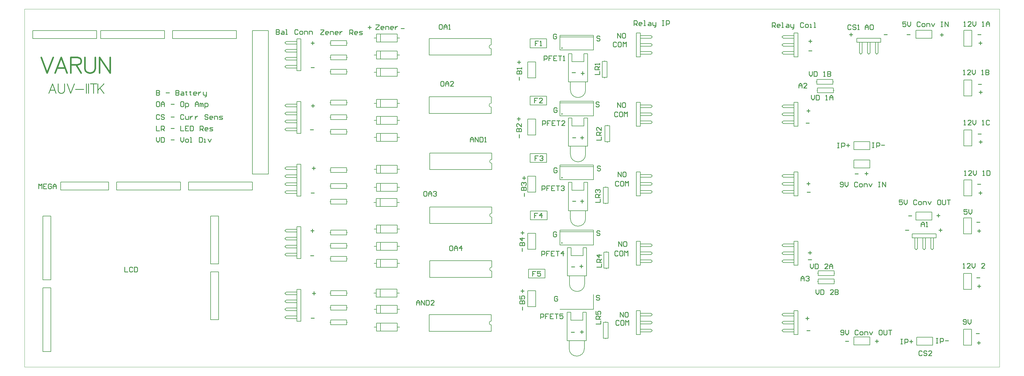
<source format=gto>
%FSLAX43Y43*%
%MOMM*%
G71*
G01*
G75*
%ADD10C,0.250*%
%ADD11C,0.254*%
%ADD12C,0.100*%
%ADD13C,1.500*%
%ADD14C,1.500*%
%ADD15C,1.400*%
%ADD16C,1.778*%
%ADD17C,1.600*%
%ADD18C,1.000*%
%ADD19C,2.000*%
%ADD20C,0.200*%
%ADD21C,0.127*%
%ADD22C,0.500*%
D10*
X171025Y101600D02*
G03*
X171025Y101600I-125J0D01*
G01*
Y80600D02*
G03*
X171025Y80600I-125J0D01*
G01*
Y60300D02*
G03*
X171025Y60300I-125J0D01*
G01*
Y39500D02*
G03*
X171025Y39500I-125J0D01*
G01*
D11*
X156576Y93400D02*
X158100D01*
Y94162D01*
X157846Y94416D01*
X157592D01*
X157338Y94162D01*
Y93400D01*
Y94162D01*
X157084Y94416D01*
X156830D01*
X156576Y94162D01*
Y93400D01*
X158100Y94924D02*
Y95431D01*
Y95177D01*
X156576D01*
X156830Y94924D01*
X251600Y24624D02*
Y23608D01*
X252108Y23100D01*
X252616Y23608D01*
Y24624D01*
X253124D02*
Y23100D01*
X253885D01*
X254139Y23354D01*
Y24370D01*
X253885Y24624D01*
X253124D01*
X257186Y23100D02*
X256171D01*
X257186Y24116D01*
Y24370D01*
X256932Y24624D01*
X256424D01*
X256171Y24370D01*
X257694Y24624D02*
Y23100D01*
X258456D01*
X258710Y23354D01*
Y23608D01*
X258456Y23862D01*
X257694D01*
X258456D01*
X258710Y24116D01*
Y24370D01*
X258456Y24624D01*
X257694D01*
X249800Y32824D02*
Y31808D01*
X250308Y31300D01*
X250816Y31808D01*
Y32824D01*
X251324D02*
Y31300D01*
X252085D01*
X252339Y31554D01*
Y32570D01*
X252085Y32824D01*
X251324D01*
X255386Y31300D02*
X254371D01*
X255386Y32316D01*
Y32570D01*
X255132Y32824D01*
X254624D01*
X254371Y32570D01*
X255894Y31300D02*
Y32316D01*
X256402Y32824D01*
X256910Y32316D01*
Y31300D01*
Y32062D01*
X255894D01*
X250200Y86624D02*
Y85608D01*
X250708Y85100D01*
X251216Y85608D01*
Y86624D01*
X251724D02*
Y85100D01*
X252485D01*
X252739Y85354D01*
Y86370D01*
X252485Y86624D01*
X251724D01*
X254771Y85100D02*
X255278D01*
X255024D01*
Y86624D01*
X254771Y86370D01*
X256040Y85100D02*
Y86116D01*
X256548Y86624D01*
X257056Y86116D01*
Y85100D01*
Y85862D01*
X256040D01*
X249500Y94124D02*
Y93108D01*
X250008Y92600D01*
X250516Y93108D01*
Y94124D01*
X251024D02*
Y92600D01*
X251785D01*
X252039Y92854D01*
Y93870D01*
X251785Y94124D01*
X251024D01*
X254071Y92600D02*
X254578D01*
X254324D01*
Y94124D01*
X254071Y93870D01*
X255340Y94124D02*
Y92600D01*
X256102D01*
X256356Y92854D01*
Y93108D01*
X256102Y93362D01*
X255340D01*
X256102D01*
X256356Y93616D01*
Y93870D01*
X256102Y94124D01*
X255340D01*
X298900Y61000D02*
X299408D01*
X299154D01*
Y62524D01*
X298900Y62270D01*
X301185Y61000D02*
X300170D01*
X301185Y62016D01*
Y62270D01*
X300931Y62524D01*
X300424D01*
X300170Y62270D01*
X301693Y62524D02*
Y61508D01*
X302201Y61000D01*
X302709Y61508D01*
Y62524D01*
X304740Y61000D02*
X305248D01*
X304994D01*
Y62524D01*
X304740Y62270D01*
X306010Y62524D02*
Y61000D01*
X306771D01*
X307025Y61254D01*
Y62270D01*
X306771Y62524D01*
X306010D01*
X164100Y15400D02*
Y16924D01*
X164862D01*
X165116Y16670D01*
Y16162D01*
X164862Y15908D01*
X164100D01*
X166639Y16924D02*
X165624D01*
Y16162D01*
X166131D01*
X165624D01*
Y15400D01*
X168163Y16924D02*
X167147D01*
Y15400D01*
X168163D01*
X167147Y16162D02*
X167655D01*
X168671Y16924D02*
X169686D01*
X169178D01*
Y15400D01*
X171210Y16924D02*
X170194D01*
Y16162D01*
X170702Y16416D01*
X170956D01*
X171210Y16162D01*
Y15654D01*
X170956Y15400D01*
X170448D01*
X170194Y15654D01*
X164400Y35400D02*
Y36924D01*
X165162D01*
X165416Y36670D01*
Y36162D01*
X165162Y35908D01*
X164400D01*
X166939Y36924D02*
X165924D01*
Y36162D01*
X166431D01*
X165924D01*
Y35400D01*
X168463Y36924D02*
X167447D01*
Y35400D01*
X168463D01*
X167447Y36162D02*
X167955D01*
X168971Y36924D02*
X169986D01*
X169478D01*
Y35400D01*
X171256D02*
Y36924D01*
X170494Y36162D01*
X171510D01*
X164500Y56200D02*
Y57724D01*
X165262D01*
X165516Y57470D01*
Y56962D01*
X165262Y56708D01*
X164500D01*
X167039Y57724D02*
X166024D01*
Y56962D01*
X166531D01*
X166024D01*
Y56200D01*
X168563Y57724D02*
X167547D01*
Y56200D01*
X168563D01*
X167547Y56962D02*
X168055D01*
X169071Y57724D02*
X170086D01*
X169578D01*
Y56200D01*
X170594Y57470D02*
X170848Y57724D01*
X171356D01*
X171610Y57470D01*
Y57216D01*
X171356Y56962D01*
X171102D01*
X171356D01*
X171610Y56708D01*
Y56454D01*
X171356Y56200D01*
X170848D01*
X170594Y56454D01*
X164700Y76900D02*
Y78424D01*
X165462D01*
X165716Y78170D01*
Y77662D01*
X165462Y77408D01*
X164700D01*
X167239Y78424D02*
X166224D01*
Y77662D01*
X166731D01*
X166224D01*
Y76900D01*
X168763Y78424D02*
X167747D01*
Y76900D01*
X168763D01*
X167747Y77662D02*
X168255D01*
X169271Y78424D02*
X170286D01*
X169778D01*
Y76900D01*
X171810D02*
X170794D01*
X171810Y77916D01*
Y78170D01*
X171556Y78424D01*
X171048D01*
X170794Y78170D01*
X165200Y97600D02*
Y99124D01*
X165962D01*
X166216Y98870D01*
Y98362D01*
X165962Y98108D01*
X165200D01*
X167739Y99124D02*
X166724D01*
Y98362D01*
X167231D01*
X166724D01*
Y97600D01*
X169263Y99124D02*
X168247D01*
Y97600D01*
X169263D01*
X168247Y98362D02*
X168755D01*
X169771Y99124D02*
X170786D01*
X170278D01*
Y97600D01*
X171294D02*
X171802D01*
X171548D01*
Y99124D01*
X171294Y98870D01*
X4500Y56800D02*
Y58324D01*
X5008Y57816D01*
X5516Y58324D01*
Y56800D01*
X7039Y58324D02*
X6024D01*
Y56800D01*
X7039D01*
X6024Y57562D02*
X6531D01*
X8563Y58070D02*
X8309Y58324D01*
X7801D01*
X7547Y58070D01*
Y57054D01*
X7801Y56800D01*
X8309D01*
X8563Y57054D01*
Y57562D01*
X8055D01*
X9071Y56800D02*
Y57816D01*
X9578Y58324D01*
X10086Y57816D01*
Y56800D01*
Y57562D01*
X9071D01*
X298700Y77100D02*
X299208D01*
X298954D01*
Y78624D01*
X298700Y78370D01*
X300985Y77100D02*
X299970D01*
X300985Y78116D01*
Y78370D01*
X300731Y78624D01*
X300224D01*
X299970Y78370D01*
X301493Y78624D02*
Y77608D01*
X302001Y77100D01*
X302509Y77608D01*
Y78624D01*
X304540Y77100D02*
X305048D01*
X304794D01*
Y78624D01*
X304540Y78370D01*
X306825D02*
X306571Y78624D01*
X306064D01*
X305810Y78370D01*
Y77354D01*
X306064Y77100D01*
X306571D01*
X306825Y77354D01*
X298500Y93100D02*
X299008D01*
X298754D01*
Y94624D01*
X298500Y94370D01*
X300785Y93100D02*
X299770D01*
X300785Y94116D01*
Y94370D01*
X300531Y94624D01*
X300024D01*
X299770Y94370D01*
X301293Y94624D02*
Y93608D01*
X301801Y93100D01*
X302309Y93608D01*
Y94624D01*
X304340Y93100D02*
X304848D01*
X304594D01*
Y94624D01*
X304340Y94370D01*
X305610Y94624D02*
Y93100D01*
X306371D01*
X306625Y93354D01*
Y93608D01*
X306371Y93862D01*
X305610D01*
X306371D01*
X306625Y94116D01*
Y94370D01*
X306371Y94624D01*
X305610D01*
X298700Y108500D02*
X299208D01*
X298954D01*
Y110024D01*
X298700Y109770D01*
X300985Y108500D02*
X299970D01*
X300985Y109516D01*
Y109770D01*
X300731Y110024D01*
X300224D01*
X299970Y109770D01*
X301493Y110024D02*
Y109008D01*
X302001Y108500D01*
X302509Y109008D01*
Y110024D01*
X304540Y108500D02*
X305048D01*
X304794D01*
Y110024D01*
X304540Y109770D01*
X305810Y108500D02*
Y109516D01*
X306318Y110024D01*
X306825Y109516D01*
Y108500D01*
Y109262D01*
X305810D01*
X181677Y13700D02*
X183200D01*
Y14716D01*
Y15224D02*
X181677D01*
Y15985D01*
X181930Y16239D01*
X182438D01*
X182692Y15985D01*
Y15224D01*
Y15731D02*
X183200Y16239D01*
X181677Y17763D02*
Y16747D01*
X182438D01*
X182184Y17255D01*
Y17509D01*
X182438Y17763D01*
X182946D01*
X183200Y17509D01*
Y17001D01*
X182946Y16747D01*
X181977Y31800D02*
X183500D01*
Y32816D01*
Y33324D02*
X181977D01*
Y34085D01*
X182230Y34339D01*
X182738D01*
X182992Y34085D01*
Y33324D01*
Y33831D02*
X183500Y34339D01*
Y35609D02*
X181977D01*
X182738Y34847D01*
Y35863D01*
X181477Y52500D02*
X183000D01*
Y53516D01*
Y54024D02*
X181477D01*
Y54785D01*
X181730Y55039D01*
X182238D01*
X182492Y54785D01*
Y54024D01*
Y54531D02*
X183000Y55039D01*
X181730Y55547D02*
X181477Y55801D01*
Y56309D01*
X181730Y56563D01*
X181984D01*
X182238Y56309D01*
Y56055D01*
Y56309D01*
X182492Y56563D01*
X182746D01*
X183000Y56309D01*
Y55801D01*
X182746Y55547D01*
X181877Y72300D02*
X183400D01*
Y73316D01*
Y73824D02*
X181877D01*
Y74585D01*
X182130Y74839D01*
X182638D01*
X182892Y74585D01*
Y73824D01*
Y74331D02*
X183400Y74839D01*
Y76363D02*
Y75347D01*
X182384Y76363D01*
X182130D01*
X181877Y76109D01*
Y75601D01*
X182130Y75347D01*
X181377Y93200D02*
X182900D01*
Y94216D01*
Y94724D02*
X181377D01*
Y95485D01*
X181630Y95739D01*
X182138D01*
X182392Y95485D01*
Y94724D01*
Y95231D02*
X182900Y95739D01*
Y96247D02*
Y96755D01*
Y96501D01*
X181377D01*
X181630Y96247D01*
X162516Y30424D02*
X161500D01*
Y29662D01*
X162008D01*
X161500D01*
Y28900D01*
X164039Y30424D02*
X163024D01*
Y29662D01*
X163531Y29916D01*
X163785D01*
X164039Y29662D01*
Y29154D01*
X163785Y28900D01*
X163277D01*
X163024Y29154D01*
X163116Y49024D02*
X162100D01*
Y48262D01*
X162608D01*
X162100D01*
Y47500D01*
X164385D02*
Y49024D01*
X163624Y48262D01*
X164639D01*
X163316Y67324D02*
X162300D01*
Y66562D01*
X162808D01*
X162300D01*
Y65800D01*
X163824Y67070D02*
X164077Y67324D01*
X164585D01*
X164839Y67070D01*
Y66816D01*
X164585Y66562D01*
X164331D01*
X164585D01*
X164839Y66308D01*
Y66054D01*
X164585Y65800D01*
X164077D01*
X163824Y66054D01*
X163116Y85624D02*
X162100D01*
Y84862D01*
X162608D01*
X162100D01*
Y84100D01*
X164639D02*
X163624D01*
X164639Y85116D01*
Y85370D01*
X164385Y85624D01*
X163877D01*
X163624Y85370D01*
X163416Y103824D02*
X162400D01*
Y103062D01*
X162908D01*
X162400D01*
Y102300D01*
X163924D02*
X164431D01*
X164177D01*
Y103824D01*
X163924Y103570D01*
X285416Y4870D02*
X285162Y5124D01*
X284654D01*
X284400Y4870D01*
Y3854D01*
X284654Y3600D01*
X285162D01*
X285416Y3854D01*
X286939Y4870D02*
X286685Y5124D01*
X286177D01*
X285924Y4870D01*
Y4616D01*
X286177Y4362D01*
X286685D01*
X286939Y4108D01*
Y3854D01*
X286685Y3600D01*
X286177D01*
X285924Y3854D01*
X288463Y3600D02*
X287447D01*
X288463Y4616D01*
Y4870D01*
X288209Y5124D01*
X287701D01*
X287447Y4870D01*
X157476Y20140D02*
X159000D01*
Y20902D01*
X158746Y21156D01*
X158492D01*
X158238Y20902D01*
Y20140D01*
Y20902D01*
X157984Y21156D01*
X157730D01*
X157476Y20902D01*
Y20140D01*
Y22679D02*
Y21664D01*
X158238D01*
X157984Y22171D01*
Y22425D01*
X158238Y22679D01*
X158746D01*
X159000Y22425D01*
Y21917D01*
X158746Y21664D01*
X157476Y38645D02*
X159000D01*
Y39407D01*
X158746Y39661D01*
X158492D01*
X158238Y39407D01*
Y38645D01*
Y39407D01*
X157984Y39661D01*
X157730D01*
X157476Y39407D01*
Y38645D01*
X159000Y40930D02*
X157476D01*
X158238Y40168D01*
Y41184D01*
X157976Y56300D02*
X159500D01*
Y57062D01*
X159246Y57316D01*
X158992D01*
X158738Y57062D01*
Y56300D01*
Y57062D01*
X158484Y57316D01*
X158230D01*
X157976Y57062D01*
Y56300D01*
X158230Y57824D02*
X157976Y58077D01*
Y58585D01*
X158230Y58839D01*
X158484D01*
X158738Y58585D01*
Y58331D01*
Y58585D01*
X158992Y58839D01*
X159246D01*
X159500Y58585D01*
Y58077D01*
X159246Y57824D01*
X156476Y74955D02*
X158000D01*
Y75717D01*
X157746Y75971D01*
X157492D01*
X157238Y75717D01*
Y74955D01*
Y75717D01*
X156984Y75971D01*
X156730D01*
X156476Y75717D01*
Y74955D01*
X158000Y77494D02*
Y76478D01*
X156984Y77494D01*
X156730D01*
X156476Y77240D01*
Y76732D01*
X156730Y76478D01*
X298400Y31500D02*
X298908D01*
X298654D01*
Y33024D01*
X298400Y32770D01*
X300685Y31500D02*
X299670D01*
X300685Y32516D01*
Y32770D01*
X300431Y33024D01*
X299924D01*
X299670Y32770D01*
X301193Y33024D02*
Y32008D01*
X301701Y31500D01*
X302209Y32008D01*
Y33024D01*
X305256Y31500D02*
X304240D01*
X305256Y32516D01*
Y32770D01*
X305002Y33024D01*
X304494D01*
X304240Y32770D01*
X298400Y13854D02*
X298654Y13600D01*
X299162D01*
X299416Y13854D01*
Y14870D01*
X299162Y15124D01*
X298654D01*
X298400Y14870D01*
Y14616D01*
X298654Y14362D01*
X299416D01*
X299924Y15124D02*
Y14108D01*
X300431Y13600D01*
X300939Y14108D01*
Y15124D01*
X259500Y10454D02*
X259754Y10200D01*
X260262D01*
X260516Y10454D01*
Y11470D01*
X260262Y11724D01*
X259754D01*
X259500Y11470D01*
Y11216D01*
X259754Y10962D01*
X260516D01*
X261023Y11724D02*
Y10708D01*
X261531Y10200D01*
X262039Y10708D01*
Y11724D01*
X265086Y11470D02*
X264832Y11724D01*
X264324D01*
X264071Y11470D01*
Y10454D01*
X264324Y10200D01*
X264832D01*
X265086Y10454D01*
X265848Y10200D02*
X266356D01*
X266610Y10454D01*
Y10962D01*
X266356Y11216D01*
X265848D01*
X265594Y10962D01*
Y10454D01*
X265848Y10200D01*
X267118D02*
Y11216D01*
X267879D01*
X268133Y10962D01*
Y10200D01*
X268641Y11216D02*
X269149Y10200D01*
X269657Y11216D01*
X272450Y11724D02*
X271942D01*
X271688Y11470D01*
Y10454D01*
X271942Y10200D01*
X272450D01*
X272704Y10454D01*
Y11470D01*
X272450Y11724D01*
X273212D02*
Y10454D01*
X273465Y10200D01*
X273973D01*
X274227Y10454D01*
Y11724D01*
X274735D02*
X275751D01*
X275243D01*
Y10200D01*
X259300Y57654D02*
X259554Y57400D01*
X260062D01*
X260316Y57654D01*
Y58670D01*
X260062Y58924D01*
X259554D01*
X259300Y58670D01*
Y58416D01*
X259554Y58162D01*
X260316D01*
X260824Y58924D02*
Y57908D01*
X261331Y57400D01*
X261839Y57908D01*
Y58924D01*
X264886Y58670D02*
X264632Y58924D01*
X264124D01*
X263871Y58670D01*
Y57654D01*
X264124Y57400D01*
X264632D01*
X264886Y57654D01*
X265648Y57400D02*
X266156D01*
X266410Y57654D01*
Y58162D01*
X266156Y58416D01*
X265648D01*
X265394Y58162D01*
Y57654D01*
X265648Y57400D01*
X266918D02*
Y58416D01*
X267679D01*
X267933Y58162D01*
Y57400D01*
X268441Y58416D02*
X268949Y57400D01*
X269457Y58416D01*
X271488Y58924D02*
X271996D01*
X271742D01*
Y57400D01*
X271488D01*
X271996D01*
X272758D02*
Y58924D01*
X273773Y57400D01*
Y58924D01*
X299716Y50224D02*
X298700D01*
Y49462D01*
X299208Y49716D01*
X299462D01*
X299716Y49462D01*
Y48954D01*
X299462Y48700D01*
X298954D01*
X298700Y48954D01*
X300224Y50224D02*
Y49208D01*
X300731Y48700D01*
X301239Y49208D01*
Y50224D01*
X279116Y53224D02*
X278100D01*
Y52462D01*
X278608Y52716D01*
X278862D01*
X279116Y52462D01*
Y51954D01*
X278862Y51700D01*
X278354D01*
X278100Y51954D01*
X279624Y53224D02*
Y52208D01*
X280131Y51700D01*
X280639Y52208D01*
Y53224D01*
X283686Y52970D02*
X283432Y53224D01*
X282924D01*
X282671Y52970D01*
Y51954D01*
X282924Y51700D01*
X283432D01*
X283686Y51954D01*
X284448Y51700D02*
X284956D01*
X285210Y51954D01*
Y52462D01*
X284956Y52716D01*
X284448D01*
X284194Y52462D01*
Y51954D01*
X284448Y51700D01*
X285718D02*
Y52716D01*
X286479D01*
X286733Y52462D01*
Y51700D01*
X287241Y52716D02*
X287749Y51700D01*
X288257Y52716D01*
X291050Y53224D02*
X290542D01*
X290288Y52970D01*
Y51954D01*
X290542Y51700D01*
X291050D01*
X291304Y51954D01*
Y52970D01*
X291050Y53224D01*
X291812D02*
Y51954D01*
X292065Y51700D01*
X292573D01*
X292827Y51954D01*
Y53224D01*
X293335D02*
X294351D01*
X293843D01*
Y51700D01*
X280216Y109924D02*
X279200D01*
Y109162D01*
X279708Y109416D01*
X279962D01*
X280216Y109162D01*
Y108654D01*
X279962Y108400D01*
X279454D01*
X279200Y108654D01*
X280724Y109924D02*
Y108908D01*
X281231Y108400D01*
X281739Y108908D01*
Y109924D01*
X284786Y109670D02*
X284532Y109924D01*
X284024D01*
X283771Y109670D01*
Y108654D01*
X284024Y108400D01*
X284532D01*
X284786Y108654D01*
X285548Y108400D02*
X286056D01*
X286310Y108654D01*
Y109162D01*
X286056Y109416D01*
X285548D01*
X285294Y109162D01*
Y108654D01*
X285548Y108400D01*
X286818D02*
Y109416D01*
X287579D01*
X287833Y109162D01*
Y108400D01*
X288341Y109416D02*
X288849Y108400D01*
X289357Y109416D01*
X291388Y109924D02*
X291896D01*
X291642D01*
Y108400D01*
X291388D01*
X291896D01*
X292658D02*
Y109924D01*
X293673Y108400D01*
Y109924D01*
X141700Y71700D02*
Y72716D01*
X142208Y73224D01*
X142716Y72716D01*
Y71700D01*
Y72462D01*
X141700D01*
X143224Y71700D02*
Y73224D01*
X144239Y71700D01*
Y73224D01*
X144747D02*
Y71700D01*
X145509D01*
X145763Y71954D01*
Y72970D01*
X145509Y73224D01*
X144747D01*
X146271Y71700D02*
X146778D01*
X146524D01*
Y73224D01*
X146271Y72970D01*
X124600Y19700D02*
Y20716D01*
X125108Y21224D01*
X125616Y20716D01*
Y19700D01*
Y20462D01*
X124600D01*
X126124Y19700D02*
Y21224D01*
X127139Y19700D01*
Y21224D01*
X127647D02*
Y19700D01*
X128409D01*
X128663Y19954D01*
Y20970D01*
X128409Y21224D01*
X127647D01*
X130186Y19700D02*
X129171D01*
X130186Y20716D01*
Y20970D01*
X129932Y21224D01*
X129424D01*
X129171Y20970D01*
X132562Y109124D02*
X132054D01*
X131800Y108870D01*
Y107854D01*
X132054Y107600D01*
X132562D01*
X132816Y107854D01*
Y108870D01*
X132562Y109124D01*
X133324Y107600D02*
Y108616D01*
X133831Y109124D01*
X134339Y108616D01*
Y107600D01*
Y108362D01*
X133324D01*
X134847Y107600D02*
X135355D01*
X135101D01*
Y109124D01*
X134847Y108870D01*
X133062Y91024D02*
X132554D01*
X132300Y90770D01*
Y89754D01*
X132554Y89500D01*
X133062D01*
X133316Y89754D01*
Y90770D01*
X133062Y91024D01*
X133824Y89500D02*
Y90516D01*
X134331Y91024D01*
X134839Y90516D01*
Y89500D01*
Y90262D01*
X133824D01*
X136363Y89500D02*
X135347D01*
X136363Y90516D01*
Y90770D01*
X136109Y91024D01*
X135601D01*
X135347Y90770D01*
X127662Y55924D02*
X127154D01*
X126900Y55670D01*
Y54654D01*
X127154Y54400D01*
X127662D01*
X127916Y54654D01*
Y55670D01*
X127662Y55924D01*
X128424Y54400D02*
Y55416D01*
X128931Y55924D01*
X129439Y55416D01*
Y54400D01*
Y55162D01*
X128424D01*
X129947Y55670D02*
X130201Y55924D01*
X130709D01*
X130963Y55670D01*
Y55416D01*
X130709Y55162D01*
X130455D01*
X130709D01*
X130963Y54908D01*
Y54654D01*
X130709Y54400D01*
X130201D01*
X129947Y54654D01*
X135862Y38624D02*
X135354D01*
X135100Y38370D01*
Y37354D01*
X135354Y37100D01*
X135862D01*
X136116Y37354D01*
Y38370D01*
X135862Y38624D01*
X136624Y37100D02*
Y38116D01*
X137131Y38624D01*
X137639Y38116D01*
Y37100D01*
Y37862D01*
X136624D01*
X138909Y37100D02*
Y38624D01*
X138147Y37862D01*
X139163D01*
X157330Y91300D02*
Y92326D01*
Y73000D02*
Y74026D01*
X158930Y54300D02*
Y55326D01*
X158230Y36800D02*
Y37826D01*
X158330Y18100D02*
Y19126D01*
X80000Y107539D02*
Y106000D01*
X80770D01*
X81026Y106257D01*
Y106513D01*
X80770Y106770D01*
X80000D01*
X80770D01*
X81026Y107026D01*
Y107283D01*
X80770Y107539D01*
X80000D01*
X81796Y107026D02*
X82309D01*
X82566Y106770D01*
Y106000D01*
X81796D01*
X81539Y106257D01*
X81796Y106513D01*
X82566D01*
X83079Y106000D02*
X83592D01*
X83336D01*
Y107539D01*
X83079D01*
X86928Y107283D02*
X86671Y107539D01*
X86158D01*
X85901Y107283D01*
Y106257D01*
X86158Y106000D01*
X86671D01*
X86928Y106257D01*
X87698Y106000D02*
X88211D01*
X88467Y106257D01*
Y106770D01*
X88211Y107026D01*
X87698D01*
X87441Y106770D01*
Y106257D01*
X87698Y106000D01*
X88980D02*
Y107026D01*
X89750D01*
X90007Y106770D01*
Y106000D01*
X90520D02*
Y107026D01*
X91290D01*
X91546Y106770D01*
Y106000D01*
X91100Y103170D02*
X92126D01*
X91613Y103683D02*
Y102657D01*
X91200Y83170D02*
X92226D01*
X91713Y83683D02*
Y82657D01*
X91400Y63270D02*
X92426D01*
X91913Y63783D02*
Y62757D01*
X91000Y43370D02*
X92026D01*
X91513Y43883D02*
Y42857D01*
X91500Y23470D02*
X92526D01*
X92013Y23983D02*
Y22957D01*
X91100Y15570D02*
X92126D01*
X90900Y35470D02*
X91926D01*
X91100Y55470D02*
X92126D01*
X90800Y75570D02*
X91826D01*
X91100Y95370D02*
X92126D01*
X119700Y107870D02*
X120726D01*
X109200Y108170D02*
X110226D01*
X109713Y108683D02*
Y107657D01*
X176900Y93570D02*
X177926D01*
X177413Y94083D02*
Y93057D01*
X176800Y73070D02*
X177826D01*
X177313Y73583D02*
Y72557D01*
X176800Y52770D02*
X177826D01*
X177313Y53283D02*
Y52257D01*
X176500Y32070D02*
X177526D01*
X177013Y32583D02*
Y31557D01*
X176700Y11170D02*
X177726D01*
X177213Y11683D02*
Y10657D01*
X173800Y11070D02*
X174826D01*
X173900Y31870D02*
X174926D01*
X174200Y52770D02*
X175226D01*
X174200Y73070D02*
X175226D01*
X174100Y93770D02*
X175126D01*
X248700Y11570D02*
X249726D01*
X249200Y34170D02*
X250226D01*
X248800Y55670D02*
X249826D01*
X248500Y77670D02*
X249526D01*
X249300Y100770D02*
X250326D01*
X248400Y15470D02*
X249426D01*
X248913Y15983D02*
Y14957D01*
X249200Y36370D02*
X250226D01*
X249713Y36883D02*
Y35857D01*
X248700Y58370D02*
X249726D01*
X249213Y58883D02*
Y57857D01*
X248700Y81570D02*
X249726D01*
X249213Y82083D02*
Y81057D01*
X249300Y103770D02*
X250326D01*
X249813Y104283D02*
Y103257D01*
X189400Y15900D02*
Y17440D01*
X190426Y15900D01*
Y17440D01*
X191709D02*
X191196D01*
X190939Y17183D01*
Y16157D01*
X191196Y15900D01*
X191709D01*
X191966Y16157D01*
Y17183D01*
X191709Y17440D01*
X188900Y38400D02*
Y39939D01*
X189926Y38400D01*
Y39939D01*
X191209D02*
X190696D01*
X190439Y39683D01*
Y38657D01*
X190696Y38400D01*
X191209D01*
X191466Y38657D01*
Y39683D01*
X191209Y39939D01*
X188700Y60600D02*
Y62139D01*
X189726Y60600D01*
Y62139D01*
X191009D02*
X190496D01*
X190240Y61883D01*
Y60857D01*
X190496Y60600D01*
X191009D01*
X191266Y60857D01*
Y61883D01*
X191009Y62139D01*
X188500Y82700D02*
Y84240D01*
X189526Y82700D01*
Y84240D01*
X190809D02*
X190296D01*
X190040Y83983D01*
Y82957D01*
X190296Y82700D01*
X190809D01*
X191066Y82957D01*
Y83983D01*
X190809Y84240D01*
X188500Y104800D02*
Y106340D01*
X189526Y104800D01*
Y106340D01*
X190809D02*
X190296D01*
X190040Y106083D01*
Y105057D01*
X190296Y104800D01*
X190809D01*
X191066Y105057D01*
Y106083D01*
X190809Y106340D01*
X189026Y14583D02*
X188770Y14840D01*
X188257D01*
X188000Y14583D01*
Y13557D01*
X188257Y13300D01*
X188770D01*
X189026Y13557D01*
X190309Y14840D02*
X189796D01*
X189540Y14583D01*
Y13557D01*
X189796Y13300D01*
X190309D01*
X190566Y13557D01*
Y14583D01*
X190309Y14840D01*
X191079Y13300D02*
Y14840D01*
X191592Y14326D01*
X192105Y14840D01*
Y13300D01*
X188726Y36683D02*
X188470Y36939D01*
X187957D01*
X187700Y36683D01*
Y35657D01*
X187957Y35400D01*
X188470D01*
X188726Y35657D01*
X190009Y36939D02*
X189496D01*
X189240Y36683D01*
Y35657D01*
X189496Y35400D01*
X190009D01*
X190266Y35657D01*
Y36683D01*
X190009Y36939D01*
X190779Y35400D02*
Y36939D01*
X191292Y36426D01*
X191805Y36939D01*
Y35400D01*
X188926Y58883D02*
X188670Y59139D01*
X188157D01*
X187900Y58883D01*
Y57857D01*
X188157Y57600D01*
X188670D01*
X188926Y57857D01*
X190209Y59139D02*
X189696D01*
X189439Y58883D01*
Y57857D01*
X189696Y57600D01*
X190209D01*
X190466Y57857D01*
Y58883D01*
X190209Y59139D01*
X190979Y57600D02*
Y59139D01*
X191492Y58626D01*
X192005Y59139D01*
Y57600D01*
X188626Y80983D02*
X188370Y81240D01*
X187857D01*
X187600Y80983D01*
Y79957D01*
X187857Y79700D01*
X188370D01*
X188626Y79957D01*
X189909Y81240D02*
X189396D01*
X189139Y80983D01*
Y79957D01*
X189396Y79700D01*
X189909D01*
X190166Y79957D01*
Y80983D01*
X189909Y81240D01*
X190679Y79700D02*
Y81240D01*
X191192Y80726D01*
X191705Y81240D01*
Y79700D01*
X188226Y103283D02*
X187970Y103539D01*
X187457D01*
X187200Y103283D01*
Y102257D01*
X187457Y102000D01*
X187970D01*
X188226Y102257D01*
X189509Y103539D02*
X188996D01*
X188740Y103283D01*
Y102257D01*
X188996Y102000D01*
X189509D01*
X189766Y102257D01*
Y103283D01*
X189509Y103539D01*
X190279Y102000D02*
Y103539D01*
X190792Y103026D01*
X191305Y103539D01*
Y102000D01*
X169126Y105783D02*
X168870Y106039D01*
X168357D01*
X168100Y105783D01*
Y104757D01*
X168357Y104500D01*
X168870D01*
X169126Y104757D01*
Y105270D01*
X168613D01*
X169326Y82383D02*
X169070Y82640D01*
X168557D01*
X168300Y82383D01*
Y81357D01*
X168557Y81100D01*
X169070D01*
X169326Y81357D01*
Y81870D01*
X168813D01*
X169326Y63183D02*
X169070Y63439D01*
X168557D01*
X168300Y63183D01*
Y62157D01*
X168557Y61900D01*
X169070D01*
X169326Y62157D01*
Y62670D01*
X168813D01*
X169126Y42783D02*
X168870Y43040D01*
X168357D01*
X168100Y42783D01*
Y41757D01*
X168357Y41500D01*
X168870D01*
X169126Y41757D01*
Y42270D01*
X168613D01*
X169526Y22283D02*
X169270Y22539D01*
X168757D01*
X168500Y22283D01*
Y21257D01*
X168757Y21000D01*
X169270D01*
X169526Y21257D01*
Y21770D01*
X169013D01*
X182826Y22583D02*
X182570Y22840D01*
X182057D01*
X181800Y22583D01*
Y22326D01*
X182057Y22070D01*
X182570D01*
X182826Y21813D01*
Y21557D01*
X182570Y21300D01*
X182057D01*
X181800Y21557D01*
X182926Y43183D02*
X182670Y43439D01*
X182157D01*
X181900Y43183D01*
Y42926D01*
X182157Y42670D01*
X182670D01*
X182926Y42413D01*
Y42157D01*
X182670Y41900D01*
X182157D01*
X181900Y42157D01*
X183126Y63783D02*
X182870Y64039D01*
X182357D01*
X182100Y63783D01*
Y63526D01*
X182357Y63270D01*
X182870D01*
X183126Y63013D01*
Y62757D01*
X182870Y62500D01*
X182357D01*
X182100Y62757D01*
X182726Y84183D02*
X182470Y84439D01*
X181957D01*
X181700Y84183D01*
Y83926D01*
X181957Y83670D01*
X182470D01*
X182726Y83413D01*
Y83157D01*
X182470Y82900D01*
X181957D01*
X181700Y83157D01*
X182926Y105183D02*
X182670Y105439D01*
X182157D01*
X181900Y105183D01*
Y104926D01*
X182157Y104670D01*
X182670D01*
X182926Y104413D01*
Y104157D01*
X182670Y103900D01*
X182157D01*
X181900Y104157D01*
X246900Y27400D02*
Y28426D01*
X247413Y28940D01*
X247926Y28426D01*
Y27400D01*
Y28170D01*
X246900D01*
X248439Y28683D02*
X248696Y28940D01*
X249209D01*
X249466Y28683D01*
Y28426D01*
X249209Y28170D01*
X248953D01*
X249209D01*
X249466Y27913D01*
Y27657D01*
X249209Y27400D01*
X248696D01*
X248439Y27657D01*
X246200Y88900D02*
Y89926D01*
X246713Y90439D01*
X247226Y89926D01*
Y88900D01*
Y89670D01*
X246200D01*
X248766Y88900D02*
X247740D01*
X248766Y89926D01*
Y90183D01*
X248509Y90439D01*
X247996D01*
X247740Y90183D01*
X285100Y44700D02*
Y45726D01*
X285613Y46239D01*
X286126Y45726D01*
Y44700D01*
Y45470D01*
X285100D01*
X286639Y44700D02*
X287153D01*
X286896D01*
Y46239D01*
X286639Y45983D01*
X262826Y108783D02*
X262570Y109039D01*
X262057D01*
X261800Y108783D01*
Y107757D01*
X262057Y107500D01*
X262570D01*
X262826Y107757D01*
X264366Y108783D02*
X264109Y109039D01*
X263596D01*
X263340Y108783D01*
Y108526D01*
X263596Y108270D01*
X264109D01*
X264366Y108013D01*
Y107757D01*
X264109Y107500D01*
X263596D01*
X263340Y107757D01*
X264879Y107500D02*
X265392D01*
X265136D01*
Y109039D01*
X264879Y108783D01*
X267300Y107500D02*
Y108526D01*
X267813Y109039D01*
X268326Y108526D01*
Y107500D01*
Y108270D01*
X267300D01*
X268840Y108783D02*
X269096Y109039D01*
X269609D01*
X269866Y108783D01*
Y107757D01*
X269609Y107500D01*
X269096D01*
X268840Y107757D01*
Y108783D01*
X262300Y105870D02*
X263326D01*
X262813Y106383D02*
Y105357D01*
X290700Y43570D02*
X291726D01*
X291213Y44083D02*
Y43057D01*
X273300Y105870D02*
X274326D01*
X280100Y43570D02*
X281126D01*
X269600Y71439D02*
X270113D01*
X269857D01*
Y69900D01*
X269600D01*
X270113D01*
X270883D02*
Y71439D01*
X271653D01*
X271909Y71183D01*
Y70670D01*
X271653Y70413D01*
X270883D01*
X272422Y70670D02*
X273449D01*
X289900Y9139D02*
X290413D01*
X290157D01*
Y7600D01*
X289900D01*
X290413D01*
X291183D02*
Y9139D01*
X291953D01*
X292209Y8883D01*
Y8370D01*
X291953Y8113D01*
X291183D01*
X292722Y8370D02*
X293749D01*
X278600Y8840D02*
X279113D01*
X278857D01*
Y7300D01*
X278600D01*
X279113D01*
X279883D02*
Y8840D01*
X280653D01*
X280909Y8583D01*
Y8070D01*
X280653Y7813D01*
X279883D01*
X281422Y8070D02*
X282449D01*
X281936Y8583D02*
Y7557D01*
X258500Y71340D02*
X259013D01*
X258757D01*
Y69800D01*
X258500D01*
X259013D01*
X259783D02*
Y71340D01*
X260553D01*
X260809Y71083D01*
Y70570D01*
X260553Y70313D01*
X259783D01*
X261322Y70570D02*
X262349D01*
X261836Y71083D02*
Y70057D01*
X282100Y48130D02*
X281074D01*
X265100Y61530D02*
X264074D01*
X281600Y105930D02*
X280574D01*
X304100D02*
X303074D01*
X304300Y90030D02*
X303274D01*
X304200Y74230D02*
X303174D01*
X304000Y58230D02*
X302974D01*
X303800Y46130D02*
X302774D01*
X303800Y28430D02*
X302774D01*
X303600Y10630D02*
X302574D01*
X262000Y8230D02*
X260974D01*
X290530Y47700D02*
Y48726D01*
X290017Y48213D02*
X291043D01*
X267730Y61100D02*
Y62126D01*
X267217Y61613D02*
X268243D01*
X271030Y7700D02*
Y8726D01*
X270517Y8213D02*
X271543D01*
X303430Y7200D02*
Y8226D01*
X302917Y7713D02*
X303943D01*
X303530Y25200D02*
Y26226D01*
X303017Y25713D02*
X304043D01*
X303530Y42800D02*
Y43826D01*
X303017Y43313D02*
X304043D01*
X303930Y54900D02*
Y55926D01*
X303417Y55413D02*
X304443D01*
X304030Y71200D02*
Y72226D01*
X303517Y71713D02*
X304543D01*
X304030Y87000D02*
Y88026D01*
X303517Y87513D02*
X304543D01*
X303930Y102700D02*
Y103726D01*
X303417Y103213D02*
X304443D01*
X291630Y105300D02*
Y106326D01*
X291117Y105813D02*
X292143D01*
X158330Y23700D02*
Y24726D01*
X157817Y24213D02*
X158843D01*
X158330Y42200D02*
Y43226D01*
X157817Y42713D02*
X158843D01*
X158830Y59700D02*
Y60726D01*
X158317Y60213D02*
X159343D01*
X157130Y78500D02*
Y79526D01*
X156617Y79013D02*
X157643D01*
X157230Y96600D02*
Y97626D01*
X156717Y97113D02*
X157743D01*
X31800Y31840D02*
Y30300D01*
X32826D01*
X34366Y31583D02*
X34109Y31840D01*
X33596D01*
X33340Y31583D01*
Y30557D01*
X33596Y30300D01*
X34109D01*
X34366Y30557D01*
X34879Y31840D02*
Y30300D01*
X35649D01*
X35905Y30557D01*
Y31583D01*
X35649Y31840D01*
X34879D01*
X111700Y109040D02*
X112726D01*
Y108783D01*
X111700Y107757D01*
Y107500D01*
X112726D01*
X114009D02*
X113496D01*
X113240Y107757D01*
Y108270D01*
X113496Y108526D01*
X114009D01*
X114266Y108270D01*
Y108013D01*
X113240D01*
X114779Y107500D02*
Y108526D01*
X115549D01*
X115805Y108270D01*
Y107500D01*
X117088D02*
X116575D01*
X116319Y107757D01*
Y108270D01*
X116575Y108526D01*
X117088D01*
X117345Y108270D01*
Y108013D01*
X116319D01*
X117858Y108526D02*
Y107500D01*
Y108013D01*
X118115Y108270D01*
X118371Y108526D01*
X118628D01*
X94100Y107439D02*
X95126D01*
Y107183D01*
X94100Y106157D01*
Y105900D01*
X95126D01*
X96409D02*
X95896D01*
X95640Y106157D01*
Y106670D01*
X95896Y106926D01*
X96409D01*
X96666Y106670D01*
Y106413D01*
X95640D01*
X97179Y105900D02*
Y106926D01*
X97949D01*
X98205Y106670D01*
Y105900D01*
X99488D02*
X98975D01*
X98718Y106157D01*
Y106670D01*
X98975Y106926D01*
X99488D01*
X99745Y106670D01*
Y106413D01*
X98718D01*
X100258Y106926D02*
Y105900D01*
Y106413D01*
X100515Y106670D01*
X100771Y106926D01*
X101028D01*
X103337Y105900D02*
Y107439D01*
X104107D01*
X104363Y107183D01*
Y106670D01*
X104107Y106413D01*
X103337D01*
X103850D02*
X104363Y105900D01*
X105646D02*
X105133D01*
X104877Y106157D01*
Y106670D01*
X105133Y106926D01*
X105646D01*
X105903Y106670D01*
Y106413D01*
X104877D01*
X106416Y105900D02*
X107186D01*
X107442Y106157D01*
X107186Y106413D01*
X106673D01*
X106416Y106670D01*
X106673Y106926D01*
X107442D01*
X41900Y88140D02*
Y86600D01*
X42670D01*
X42926Y86857D01*
Y87113D01*
X42670Y87370D01*
X41900D01*
X42670D01*
X42926Y87626D01*
Y87883D01*
X42670Y88140D01*
X41900D01*
X44979Y87370D02*
X46005D01*
X48058Y88140D02*
Y86600D01*
X48828D01*
X49084Y86857D01*
Y87113D01*
X48828Y87370D01*
X48058D01*
X48828D01*
X49084Y87626D01*
Y87883D01*
X48828Y88140D01*
X48058D01*
X49854Y87626D02*
X50367D01*
X50624Y87370D01*
Y86600D01*
X49854D01*
X49598Y86857D01*
X49854Y87113D01*
X50624D01*
X51394Y87883D02*
Y87626D01*
X51137D01*
X51650D01*
X51394D01*
Y86857D01*
X51650Y86600D01*
X52677Y87883D02*
Y87626D01*
X52420D01*
X52933D01*
X52677D01*
Y86857D01*
X52933Y86600D01*
X54473D02*
X53959D01*
X53703Y86857D01*
Y87370D01*
X53959Y87626D01*
X54473D01*
X54729Y87370D01*
Y87113D01*
X53703D01*
X55242Y87626D02*
Y86600D01*
Y87113D01*
X55499Y87370D01*
X55756Y87626D01*
X56012D01*
X56782D02*
Y86857D01*
X57038Y86600D01*
X57808D01*
Y86343D01*
X57552Y86087D01*
X57295D01*
X57808Y86600D02*
Y87626D01*
X42670Y84522D02*
X42157D01*
X41900Y84266D01*
Y83239D01*
X42157Y82983D01*
X42670D01*
X42926Y83239D01*
Y84266D01*
X42670Y84522D01*
X43440Y82983D02*
Y84009D01*
X43953Y84522D01*
X44466Y84009D01*
Y82983D01*
Y83752D01*
X43440D01*
X46519D02*
X47545D01*
X50367Y84522D02*
X49854D01*
X49598Y84266D01*
Y83239D01*
X49854Y82983D01*
X50367D01*
X50624Y83239D01*
Y84266D01*
X50367Y84522D01*
X51137Y82469D02*
Y84009D01*
X51907D01*
X52163Y83752D01*
Y83239D01*
X51907Y82983D01*
X51137D01*
X54216D02*
Y84009D01*
X54729Y84522D01*
X55242Y84009D01*
Y82983D01*
Y83752D01*
X54216D01*
X55756Y82983D02*
Y84009D01*
X56012D01*
X56269Y83752D01*
Y82983D01*
Y83752D01*
X56525Y84009D01*
X56782Y83752D01*
Y82983D01*
X57295Y82469D02*
Y84009D01*
X58065D01*
X58321Y83752D01*
Y83239D01*
X58065Y82983D01*
X57295D01*
X41900Y76774D02*
Y75235D01*
X42926D01*
X43440D02*
Y76774D01*
X44209D01*
X44466Y76518D01*
Y76005D01*
X44209Y75748D01*
X43440D01*
X43953D02*
X44466Y75235D01*
X46519Y76005D02*
X47545D01*
X49598Y76774D02*
Y75235D01*
X50624D01*
X52163Y76774D02*
X51137D01*
Y75235D01*
X52163D01*
X51137Y76005D02*
X51650D01*
X52677Y76774D02*
Y75235D01*
X53446D01*
X53703Y75491D01*
Y76518D01*
X53446Y76774D01*
X52677D01*
X55756Y75235D02*
Y76774D01*
X56525D01*
X56782Y76518D01*
Y76005D01*
X56525Y75748D01*
X55756D01*
X56269D02*
X56782Y75235D01*
X58065D02*
X57552D01*
X57295Y75491D01*
Y76005D01*
X57552Y76261D01*
X58065D01*
X58321Y76005D01*
Y75748D01*
X57295D01*
X58835Y75235D02*
X59604D01*
X59861Y75491D01*
X59604Y75748D01*
X59091D01*
X58835Y76005D01*
X59091Y76261D01*
X59861D01*
X193800Y108800D02*
Y110340D01*
X194570D01*
X194826Y110083D01*
Y109570D01*
X194570Y109313D01*
X193800D01*
X194313D02*
X194826Y108800D01*
X196109D02*
X195596D01*
X195339Y109057D01*
Y109570D01*
X195596Y109826D01*
X196109D01*
X196366Y109570D01*
Y109313D01*
X195339D01*
X196879Y108800D02*
X197392D01*
X197136D01*
Y110340D01*
X196879D01*
X198419Y109826D02*
X198932D01*
X199188Y109570D01*
Y108800D01*
X198419D01*
X198162Y109057D01*
X198419Y109313D01*
X199188D01*
X199701Y109826D02*
Y109057D01*
X199958Y108800D01*
X200728D01*
Y108543D01*
X200471Y108287D01*
X200215D01*
X200728Y108800D02*
Y109826D01*
X202780Y110340D02*
X203294D01*
X203037D01*
Y108800D01*
X202780D01*
X203294D01*
X204063D02*
Y110340D01*
X204833D01*
X205090Y110083D01*
Y109570D01*
X204833Y109313D01*
X204063D01*
X237700Y108200D02*
Y109740D01*
X238470D01*
X238726Y109483D01*
Y108970D01*
X238470Y108713D01*
X237700D01*
X238213D02*
X238726Y108200D01*
X240009D02*
X239496D01*
X239240Y108457D01*
Y108970D01*
X239496Y109226D01*
X240009D01*
X240266Y108970D01*
Y108713D01*
X239240D01*
X240779Y108200D02*
X241292D01*
X241036D01*
Y109740D01*
X240779D01*
X242318Y109226D02*
X242832D01*
X243088Y108970D01*
Y108200D01*
X242318D01*
X242062Y108457D01*
X242318Y108713D01*
X243088D01*
X243601Y109226D02*
Y108457D01*
X243858Y108200D01*
X244628D01*
Y107943D01*
X244371Y107687D01*
X244115D01*
X244628Y108200D02*
Y109226D01*
X247707Y109483D02*
X247450Y109740D01*
X246937D01*
X246680Y109483D01*
Y108457D01*
X246937Y108200D01*
X247450D01*
X247707Y108457D01*
X248477Y108200D02*
X248990D01*
X249246Y108457D01*
Y108970D01*
X248990Y109226D01*
X248477D01*
X248220Y108970D01*
Y108457D01*
X248477Y108200D01*
X249759D02*
X250273D01*
X250016D01*
Y109226D01*
X249759D01*
X251042Y108200D02*
X251556D01*
X251299D01*
Y109740D01*
X251042D01*
X41900Y73157D02*
Y72131D01*
X42413Y71617D01*
X42926Y72131D01*
Y73157D01*
X43440D02*
Y71617D01*
X44209D01*
X44466Y71874D01*
Y72900D01*
X44209Y73157D01*
X43440D01*
X46519Y72387D02*
X47545D01*
X49598Y73157D02*
Y72131D01*
X50111Y71617D01*
X50624Y72131D01*
Y73157D01*
X51394Y71617D02*
X51907D01*
X52163Y71874D01*
Y72387D01*
X51907Y72644D01*
X51394D01*
X51137Y72387D01*
Y71874D01*
X51394Y71617D01*
X52677D02*
X53190D01*
X52933D01*
Y73157D01*
X52677D01*
X55499D02*
Y71617D01*
X56269D01*
X56525Y71874D01*
Y72900D01*
X56269Y73157D01*
X55499D01*
X57038Y71617D02*
X57552D01*
X57295D01*
Y72644D01*
X57038D01*
X58321D02*
X58835Y71617D01*
X59348Y72644D01*
X42926Y80135D02*
X42670Y80392D01*
X42157D01*
X41900Y80135D01*
Y79109D01*
X42157Y78852D01*
X42670D01*
X42926Y79109D01*
X44466Y80135D02*
X44209Y80392D01*
X43696D01*
X43440Y80135D01*
Y79878D01*
X43696Y79622D01*
X44209D01*
X44466Y79365D01*
Y79109D01*
X44209Y78852D01*
X43696D01*
X43440Y79109D01*
X46519Y79622D02*
X47545D01*
X50624Y80135D02*
X50367Y80392D01*
X49854D01*
X49598Y80135D01*
Y79109D01*
X49854Y78852D01*
X50367D01*
X50624Y79109D01*
X51137Y79878D02*
Y79109D01*
X51394Y78852D01*
X52163D01*
Y79878D01*
X52677D02*
Y78852D01*
Y79365D01*
X52933Y79622D01*
X53190Y79878D01*
X53446D01*
X54216D02*
Y78852D01*
Y79365D01*
X54473Y79622D01*
X54729Y79878D01*
X54986D01*
X58321Y80135D02*
X58065Y80392D01*
X57552D01*
X57295Y80135D01*
Y79878D01*
X57552Y79622D01*
X58065D01*
X58321Y79365D01*
Y79109D01*
X58065Y78852D01*
X57552D01*
X57295Y79109D01*
X59604Y78852D02*
X59091D01*
X58835Y79109D01*
Y79622D01*
X59091Y79878D01*
X59604D01*
X59861Y79622D01*
Y79365D01*
X58835D01*
X60374Y78852D02*
Y79878D01*
X61144D01*
X61400Y79622D01*
Y78852D01*
X61914D02*
X62683D01*
X62940Y79109D01*
X62683Y79365D01*
X62170D01*
X61914Y79622D01*
X62170Y79878D01*
X62940D01*
X9985Y87200D02*
X8843Y90199D01*
X7700Y87200D01*
X8128Y88200D02*
X9557D01*
X10685Y90199D02*
Y88057D01*
X10828Y87628D01*
X11114Y87343D01*
X11542Y87200D01*
X11828D01*
X12256Y87343D01*
X12542Y87628D01*
X12685Y88057D01*
Y90199D01*
X13513D02*
X14656Y87200D01*
X15798Y90199D02*
X14656Y87200D01*
X16184Y88485D02*
X18755D01*
X19640Y90199D02*
Y87200D01*
X20269Y90199D02*
Y87200D01*
X21897Y90199D02*
Y87200D01*
X20897Y90199D02*
X22897D01*
X23254D02*
Y87200D01*
X25253Y90199D02*
X23254Y88200D01*
X23968Y88914D02*
X25253Y87200D01*
D12*
X-0Y-0D02*
Y114000D01*
Y-0D02*
X310000D01*
Y114000D01*
X-0D02*
X310000D01*
D20*
X148550Y31795D02*
G03*
X148550Y30525I0J-635D01*
G01*
Y48965D02*
G03*
X148550Y47695I0J-635D01*
G01*
X148370Y84035D02*
G03*
X148370Y82765I0J-635D01*
G01*
X148370Y102645D02*
G03*
X148370Y101375I0J-635D01*
G01*
X148410Y14625D02*
G03*
X148410Y13355I0J-635D01*
G01*
X148550Y66135D02*
G03*
X148550Y64865I0J-635D01*
G01*
X148550Y31795D02*
Y33810D01*
Y28510D02*
Y30525D01*
X128850Y28510D02*
Y33810D01*
X148550D01*
X128850Y28510D02*
X148550D01*
Y48965D02*
Y50980D01*
Y45680D02*
Y47695D01*
X128850Y45680D02*
Y50980D01*
X148550D01*
X128850Y45680D02*
X148550D01*
X148370Y84035D02*
Y86050D01*
Y80750D02*
Y82765D01*
X128670Y80750D02*
Y86050D01*
X148370D01*
X128670Y80750D02*
X148370D01*
Y102645D02*
Y104660D01*
Y99360D02*
Y101375D01*
X128670Y99360D02*
Y104660D01*
X148370D01*
X128670Y99360D02*
X148370D01*
X148410Y14625D02*
Y16640D01*
Y11340D02*
Y13355D01*
X128710Y11340D02*
Y16640D01*
X148410D01*
X128710Y11340D02*
X148410D01*
X148550Y66135D02*
Y68150D01*
Y62850D02*
Y64865D01*
X128850Y62850D02*
Y68150D01*
X148550D01*
X128850Y62850D02*
X148550D01*
X283430Y104730D02*
Y107270D01*
X288510D01*
Y104730D02*
Y107270D01*
X283430Y104730D02*
X288510D01*
X283430Y46830D02*
Y49370D01*
X288510D01*
Y46830D02*
Y49370D01*
X283430Y46830D02*
X288510D01*
X298630Y47470D02*
X301170D01*
Y42390D02*
Y47470D01*
X298630Y42390D02*
X301170D01*
X298630D02*
Y47470D01*
X263690Y63430D02*
Y65970D01*
X268770D01*
Y63430D02*
Y65970D01*
X263690Y63430D02*
X268770D01*
X263690Y6970D02*
Y9510D01*
X268770D01*
Y6970D02*
Y9510D01*
X263690Y6970D02*
X268770D01*
X298630Y12010D02*
X301170D01*
Y6930D02*
Y12010D01*
X298630Y6930D02*
X301170D01*
X298630D02*
Y12010D01*
Y29740D02*
X301170D01*
Y24660D02*
Y29740D01*
X298630Y24660D02*
X301170D01*
X298630D02*
Y29740D01*
X87830Y94390D02*
Y104550D01*
X83173Y95237D02*
X86560D01*
X82750Y95660D02*
X83173Y95237D01*
X82750Y95660D02*
X83173Y96083D01*
X86560D01*
X83173Y97777D02*
X86560D01*
X82750Y98200D02*
X83173Y97777D01*
X82750Y98200D02*
X83173Y98623D01*
X86560D01*
X83173Y100317D02*
X86560D01*
X82750Y100740D02*
X83173Y100317D01*
X82750Y100740D02*
X83173Y101163D01*
X86560D01*
X83173Y102857D02*
X86560D01*
X82750Y103280D02*
X83173Y102857D01*
X82750Y103280D02*
X83173Y103703D01*
X86560D01*
Y104550D02*
X87830D01*
X86560Y94390D02*
X87830D01*
X86560D02*
Y104550D01*
X87830Y74420D02*
Y84580D01*
X83173Y75267D02*
X86560D01*
X82750Y75690D02*
X83173Y75267D01*
X82750Y75690D02*
X83173Y76113D01*
X86560D01*
X83173Y77807D02*
X86560D01*
X82750Y78230D02*
X83173Y77807D01*
X82750Y78230D02*
X83173Y78653D01*
X86560D01*
X83173Y80347D02*
X86560D01*
X82750Y80770D02*
X83173Y80347D01*
X82750Y80770D02*
X83173Y81193D01*
X86560D01*
X83173Y82887D02*
X86560D01*
X82750Y83310D02*
X83173Y82887D01*
X82750Y83310D02*
X83173Y83733D01*
X86560D01*
Y84580D02*
X87830D01*
X86560Y74420D02*
X87830D01*
X86560D02*
Y84580D01*
X87830Y54450D02*
Y64610D01*
X83173Y55297D02*
X86560D01*
X82750Y55720D02*
X83173Y55297D01*
X82750Y55720D02*
X83173Y56143D01*
X86560D01*
X83173Y57837D02*
X86560D01*
X82750Y58260D02*
X83173Y57837D01*
X82750Y58260D02*
X83173Y58683D01*
X86560D01*
X83173Y60377D02*
X86560D01*
X82750Y60800D02*
X83173Y60377D01*
X82750Y60800D02*
X83173Y61223D01*
X86560D01*
X83173Y62917D02*
X86560D01*
X82750Y63340D02*
X83173Y62917D01*
X82750Y63340D02*
X83173Y63763D01*
X86560D01*
Y64610D02*
X87830D01*
X86560Y54450D02*
X87830D01*
X86560D02*
Y64610D01*
X87830Y34480D02*
Y44640D01*
X83173Y35327D02*
X86560D01*
X82750Y35750D02*
X83173Y35327D01*
X82750Y35750D02*
X83173Y36173D01*
X86560D01*
X83173Y37867D02*
X86560D01*
X82750Y38290D02*
X83173Y37867D01*
X82750Y38290D02*
X83173Y38713D01*
X86560D01*
X83173Y40407D02*
X86560D01*
X82750Y40830D02*
X83173Y40407D01*
X82750Y40830D02*
X83173Y41253D01*
X86560D01*
X83173Y42947D02*
X86560D01*
X82750Y43370D02*
X83173Y42947D01*
X82750Y43370D02*
X83173Y43793D01*
X86560D01*
Y44640D02*
X87830D01*
X86560Y34480D02*
X87830D01*
X86560D02*
Y44640D01*
X87830Y14510D02*
Y24670D01*
X83173Y15357D02*
X86560D01*
X82750Y15780D02*
X83173Y15357D01*
X82750Y15780D02*
X83173Y16203D01*
X86560D01*
X83173Y17897D02*
X86560D01*
X82750Y18320D02*
X83173Y17897D01*
X82750Y18320D02*
X83173Y18743D01*
X86560D01*
X83173Y20437D02*
X86560D01*
X82750Y20860D02*
X83173Y20437D01*
X82750Y20860D02*
X83173Y21283D01*
X86560D01*
X83173Y22977D02*
X86560D01*
X82750Y23400D02*
X83173Y22977D01*
X82750Y23400D02*
X83173Y23823D01*
X86560D01*
Y24670D02*
X87830D01*
X86560Y14510D02*
X87830D01*
X86560D02*
Y24670D01*
X160030Y73875D02*
X162570D01*
Y78955D01*
X160030D02*
X162570D01*
X160030Y73875D02*
Y78955D01*
Y55660D02*
X162570D01*
Y60740D01*
X160030D02*
X162570D01*
X160030Y55660D02*
Y60740D01*
Y37445D02*
X162570D01*
Y42525D01*
X160030D02*
X162570D01*
X160030Y37445D02*
Y42525D01*
Y19230D02*
X162570D01*
Y24310D01*
X160030D02*
X162570D01*
X160030Y19230D02*
Y24310D01*
X282290Y41120D02*
X289910D01*
X282290D02*
Y42390D01*
X289910Y41120D02*
Y42390D01*
X282290D02*
X289910D01*
X289063Y37733D02*
Y41120D01*
X288640Y37310D02*
X289063Y37733D01*
X288217D02*
X288640Y37310D01*
X288217Y37733D02*
Y41120D01*
X286523Y37733D02*
Y41120D01*
X286100Y37310D02*
X286523Y37733D01*
X285677D02*
X286100Y37310D01*
X285677Y37733D02*
Y41120D01*
X283983Y37733D02*
Y41120D01*
X283560Y37310D02*
X283983Y37733D01*
X283137D02*
X283560Y37310D01*
X283137Y37733D02*
Y41120D01*
X288770Y6930D02*
Y9470D01*
X283690D02*
X288770D01*
X283690Y6930D02*
Y9470D01*
Y6930D02*
X288770D01*
X264690Y103420D02*
X272310D01*
Y104690D01*
X264690Y103420D02*
Y104690D01*
X272310D01*
X265537Y100033D02*
Y103420D01*
Y100033D02*
X265960Y99610D01*
X266383Y100033D01*
Y103420D01*
X268077Y100033D02*
Y103420D01*
Y100033D02*
X268500Y99610D01*
X268923Y100033D01*
Y103420D01*
X270617Y100033D02*
Y103420D01*
Y100033D02*
X271040Y99610D01*
X271463Y100033D01*
Y103420D01*
X268770Y69230D02*
Y71770D01*
X263690Y69230D02*
X268770D01*
X263690D02*
Y71770D01*
X268770D01*
X5830Y4880D02*
X8370D01*
Y25200D01*
X5830Y4880D02*
Y25200D01*
X8370D01*
X59130Y48050D02*
X61670D01*
X59130Y32810D02*
X61670D01*
X59130D02*
Y48050D01*
X61670Y32810D02*
Y48050D01*
X5830D02*
X8370D01*
Y27730D02*
Y48050D01*
X5830Y27730D02*
X8370D01*
X5830D02*
Y48050D01*
X160750Y104500D02*
X166050D01*
X160750Y101700D02*
X166050D01*
Y104500D01*
X160750Y101700D02*
Y104500D01*
X160750Y86225D02*
X166050D01*
X160750Y83425D02*
X166050D01*
Y86225D01*
X160750Y83425D02*
Y86225D01*
Y67950D02*
X166050D01*
X160750Y65150D02*
X166050D01*
Y67950D01*
X160750Y65150D02*
Y67950D01*
X160850Y49700D02*
X166150D01*
X160850Y46900D02*
X166150D01*
Y49700D01*
X160850Y46900D02*
Y49700D01*
X160250Y31100D02*
X165550D01*
X160250Y28300D02*
X165550D01*
Y31100D01*
X160250Y28300D02*
Y31100D01*
X61670Y15050D02*
Y30290D01*
X59130Y15050D02*
Y30290D01*
Y15050D02*
X61670D01*
X59130Y30290D02*
X61670D01*
X183738Y97340D02*
X184500D01*
X183738Y92260D02*
Y97340D01*
Y92260D02*
X185262D01*
Y97340D01*
X184500D02*
X185262D01*
X184500Y92031D02*
Y92260D01*
Y97340D02*
Y97569D01*
X184538Y76840D02*
X185300D01*
X184538Y71760D02*
Y76840D01*
Y71760D02*
X186062D01*
Y76840D01*
X185300D02*
X186062D01*
X185300Y71531D02*
Y71760D01*
Y76840D02*
Y77069D01*
X184038Y57240D02*
X184800D01*
X184038Y52160D02*
Y57240D01*
Y52160D02*
X185562D01*
Y57240D01*
X184800D02*
X185562D01*
X184800Y51931D02*
Y52160D01*
Y57240D02*
Y57469D01*
X184238Y36540D02*
X185000D01*
X184238Y31460D02*
Y36540D01*
Y31460D02*
X185762D01*
Y36540D01*
X185000D02*
X185762D01*
X185000Y31231D02*
Y31460D01*
Y36540D02*
Y36769D01*
X184038Y14240D02*
X184800D01*
X184038Y9160D02*
Y14240D01*
Y9160D02*
X185562D01*
Y14240D01*
X184800D02*
X185562D01*
X184800Y8931D02*
Y9160D01*
Y14240D02*
Y14469D01*
X298730Y107270D02*
X301270D01*
Y102190D02*
Y107270D01*
X298730Y102190D02*
X301270D01*
X298730D02*
Y107270D01*
Y91383D02*
X301270D01*
Y86303D02*
Y91383D01*
X298730Y86303D02*
X301270D01*
X298730D02*
Y91383D01*
Y75497D02*
X301270D01*
Y70417D02*
Y75497D01*
X298730Y70417D02*
X301270D01*
X298730D02*
Y75497D01*
X77530Y61460D02*
Y107180D01*
X72450Y61460D02*
Y107180D01*
Y61460D02*
X77530D01*
X72450Y107180D02*
X77530D01*
X29270Y56380D02*
Y58920D01*
X49590D01*
Y56380D02*
Y58920D01*
X29270Y56380D02*
X49590D01*
X52130D02*
Y58920D01*
X72450D01*
Y56380D02*
Y58920D01*
X52130Y56380D02*
X72450D01*
X2600Y104640D02*
Y107180D01*
X22920D01*
Y104640D02*
Y107180D01*
X2600Y104640D02*
X22920D01*
X24190D02*
Y107180D01*
X44510D01*
Y104640D02*
Y107180D01*
X24190Y104640D02*
X44510D01*
X11490Y58920D02*
X26730D01*
X11490Y56380D02*
X26730D01*
Y58920D01*
X11490Y56380D02*
Y58920D01*
X47050Y104640D02*
X67370D01*
Y107180D01*
X47050D02*
X67370D01*
X47050Y104640D02*
Y107180D01*
X180950Y100950D02*
Y105650D01*
X170250Y100950D02*
Y105650D01*
Y100950D02*
X180950D01*
X170250Y105650D02*
X180950D01*
X170250Y105150D02*
X180950D01*
Y79950D02*
Y84650D01*
X170250Y79950D02*
Y84650D01*
Y79950D02*
X180950D01*
X170250Y84650D02*
X180950D01*
X170250Y84150D02*
X180950D01*
Y59650D02*
Y64350D01*
X170250Y59650D02*
Y64350D01*
Y59650D02*
X180950D01*
X170250Y64350D02*
X180950D01*
X170250Y63850D02*
X180950D01*
Y38850D02*
Y43550D01*
X170250Y38850D02*
Y43550D01*
Y38850D02*
X180950D01*
X170250Y43550D02*
X180950D01*
X170250Y43050D02*
X180950D01*
Y18350D02*
Y23050D01*
X170250Y18350D02*
X180950D01*
X298730Y59610D02*
X301270D01*
Y54530D02*
Y59610D01*
X298730Y54530D02*
X301270D01*
X298730D02*
Y59610D01*
X257040Y90800D02*
Y91562D01*
X251960D02*
X257040D01*
X251960Y90038D02*
Y91562D01*
Y90038D02*
X257040D01*
Y90800D01*
X251731D02*
X251960D01*
X257040D02*
X257269D01*
X252160Y87338D02*
Y88100D01*
Y87338D02*
X257240D01*
Y88862D01*
X252160D02*
X257240D01*
X252160Y88100D02*
Y88862D01*
X257240Y88100D02*
X257469D01*
X251931D02*
X252160D01*
X252360Y26438D02*
Y27200D01*
Y26438D02*
X257440D01*
Y27962D01*
X252360D02*
X257440D01*
X252360Y27200D02*
Y27962D01*
X257440Y27200D02*
X257669D01*
X252131D02*
X252360D01*
X257440Y29900D02*
Y30662D01*
X252360D02*
X257440D01*
X252360Y29138D02*
Y30662D01*
Y29138D02*
X257440D01*
Y29900D01*
X252131D02*
X252360D01*
X257440D02*
X257669D01*
X244660Y98790D02*
Y106410D01*
X245930D01*
X244660Y98790D02*
X245930D01*
Y106410D01*
X241273Y99637D02*
X244660D01*
X240850Y100060D02*
X241273Y99637D01*
X240850Y100060D02*
X241273Y100483D01*
X244660D01*
X241273Y102177D02*
X244660D01*
X240850Y102600D02*
X241273Y102177D01*
X240850Y102600D02*
X241273Y103023D01*
X244660D01*
X241273Y104717D02*
X244660D01*
X240850Y105140D02*
X241273Y104717D01*
X240850Y105140D02*
X241273Y105563D01*
X244660D01*
X195840Y98790D02*
Y106410D01*
X194570D02*
X195840D01*
X194570Y98790D02*
X195840D01*
X194570D02*
Y106410D01*
X195840Y99637D02*
X199227D01*
X199650Y100060D01*
X199227Y100483D02*
X199650Y100060D01*
X195840Y100483D02*
X199227D01*
X195840Y102177D02*
X199227D01*
X199650Y102600D01*
X199227Y103023D02*
X199650Y102600D01*
X195840Y103023D02*
X199227D01*
X195840Y104717D02*
X199227D01*
X199650Y105140D01*
X199227Y105563D02*
X199650Y105140D01*
X195840Y105563D02*
X199227D01*
X244660Y76665D02*
Y84285D01*
X245930D01*
X244660Y76665D02*
X245930D01*
Y84285D01*
X241273Y77512D02*
X244660D01*
X240850Y77935D02*
X241273Y77512D01*
X240850Y77935D02*
X241273Y78358D01*
X244660D01*
X241273Y80052D02*
X244660D01*
X240850Y80475D02*
X241273Y80052D01*
X240850Y80475D02*
X241273Y80898D01*
X244660D01*
X241273Y82592D02*
X244660D01*
X240850Y83015D02*
X241273Y82592D01*
X240850Y83015D02*
X241273Y83438D01*
X244660D01*
X195840Y76665D02*
Y84285D01*
X194570D02*
X195840D01*
X194570Y76665D02*
X195840D01*
X194570D02*
Y84285D01*
X195840Y77512D02*
X199227D01*
X199650Y77935D01*
X199227Y78358D02*
X199650Y77935D01*
X195840Y78358D02*
X199227D01*
X195840Y80052D02*
X199227D01*
X199650Y80475D01*
X199227Y80898D02*
X199650Y80475D01*
X195840Y80898D02*
X199227D01*
X195840Y82592D02*
X199227D01*
X199650Y83015D01*
X199227Y83438D02*
X199650Y83015D01*
X195840Y83438D02*
X199227D01*
X244660Y54540D02*
Y62160D01*
X245930D01*
X244660Y54540D02*
X245930D01*
Y62160D01*
X241273Y55387D02*
X244660D01*
X240850Y55810D02*
X241273Y55387D01*
X240850Y55810D02*
X241273Y56233D01*
X244660D01*
X241273Y57927D02*
X244660D01*
X240850Y58350D02*
X241273Y57927D01*
X240850Y58350D02*
X241273Y58773D01*
X244660D01*
X241273Y60467D02*
X244660D01*
X240850Y60890D02*
X241273Y60467D01*
X240850Y60890D02*
X241273Y61313D01*
X244660D01*
X195840Y54540D02*
Y62160D01*
X194570D02*
X195840D01*
X194570Y54540D02*
X195840D01*
X194570D02*
Y62160D01*
X195840Y55387D02*
X199227D01*
X199650Y55810D01*
X199227Y56233D02*
X199650Y55810D01*
X195840Y56233D02*
X199227D01*
X195840Y57927D02*
X199227D01*
X199650Y58350D01*
X199227Y58773D02*
X199650Y58350D01*
X195840Y58773D02*
X199227D01*
X195840Y60467D02*
X199227D01*
X199650Y60890D01*
X199227Y61313D02*
X199650Y60890D01*
X195840Y61313D02*
X199227D01*
X244660Y32415D02*
Y40035D01*
X245930D01*
X244660Y32415D02*
X245930D01*
Y40035D01*
X241273Y33262D02*
X244660D01*
X240850Y33685D02*
X241273Y33262D01*
X240850Y33685D02*
X241273Y34108D01*
X244660D01*
X241273Y35802D02*
X244660D01*
X240850Y36225D02*
X241273Y35802D01*
X240850Y36225D02*
X241273Y36648D01*
X244660D01*
X241273Y38342D02*
X244660D01*
X240850Y38765D02*
X241273Y38342D01*
X240850Y38765D02*
X241273Y39188D01*
X244660D01*
X195840Y32415D02*
Y40035D01*
X194570D02*
X195840D01*
X194570Y32415D02*
X195840D01*
X194570D02*
Y40035D01*
X195840Y33262D02*
X199227D01*
X199650Y33685D01*
X199227Y34108D02*
X199650Y33685D01*
X195840Y34108D02*
X199227D01*
X195840Y35802D02*
X199227D01*
X199650Y36225D01*
X199227Y36648D02*
X199650Y36225D01*
X195840Y36648D02*
X199227D01*
X195840Y38342D02*
X199227D01*
X199650Y38765D01*
X199227Y39188D02*
X199650Y38765D01*
X195840Y39188D02*
X199227D01*
X244660Y10290D02*
Y17910D01*
X245930D01*
X244660Y10290D02*
X245930D01*
Y17910D01*
X241273Y11137D02*
X244660D01*
X240850Y11560D02*
X241273Y11137D01*
X240850Y11560D02*
X241273Y11983D01*
X244660D01*
X241273Y13677D02*
X244660D01*
X240850Y14100D02*
X241273Y13677D01*
X240850Y14100D02*
X241273Y14523D01*
X244660D01*
X241273Y16217D02*
X244660D01*
X240850Y16640D02*
X241273Y16217D01*
X240850Y16640D02*
X241273Y17063D01*
X244660D01*
X195840Y10290D02*
Y17910D01*
X194570D02*
X195840D01*
X194570Y10290D02*
X195840D01*
X194570D02*
Y17910D01*
X195840Y11137D02*
X199227D01*
X199650Y11560D01*
X199227Y11983D02*
X199650Y11560D01*
X195840Y11983D02*
X199227D01*
X195840Y13677D02*
X199227D01*
X199650Y14100D01*
X199227Y14523D02*
X199650Y14100D01*
X195840Y14523D02*
X199227D01*
X195840Y16217D02*
X199227D01*
X199650Y16640D01*
X199227Y17063D02*
X199650Y16640D01*
X195840Y17063D02*
X199227D01*
X111136Y104800D02*
X111898D01*
X118502D02*
X119264D01*
X113168Y103530D02*
Y106070D01*
X111898D02*
X118502D01*
X111898Y103530D02*
Y106070D01*
Y103530D02*
X118502D01*
Y106070D01*
X111136Y99350D02*
X111898D01*
X118502D02*
X119264D01*
X113168Y98080D02*
Y100620D01*
X111898D02*
X118502D01*
X111898Y98080D02*
Y100620D01*
Y98080D02*
X118502D01*
Y100620D01*
X111136Y93900D02*
X111898D01*
X118502D02*
X119264D01*
X113168Y92630D02*
Y95170D01*
X111898D02*
X118502D01*
X111898Y92630D02*
Y95170D01*
Y92630D02*
X118502D01*
Y95170D01*
X97360Y103200D02*
Y103962D01*
X102440D01*
Y102438D02*
Y103962D01*
X97360Y102438D02*
X102440D01*
X97360D02*
Y103200D01*
X102440D02*
X102669D01*
X97131D02*
X97360D01*
Y98600D02*
Y99362D01*
X102440D01*
Y97838D02*
Y99362D01*
X97360Y97838D02*
X102440D01*
X97360D02*
Y98600D01*
X102440D02*
X102669D01*
X97131D02*
X97360D01*
Y94000D02*
Y94762D01*
X102440D01*
Y93238D02*
Y94762D01*
X97360Y93238D02*
X102440D01*
X97360D02*
Y94000D01*
X102440D02*
X102669D01*
X97131D02*
X97360D01*
X111136Y84000D02*
X111898D01*
X118502D02*
X119264D01*
X113168Y82730D02*
Y85270D01*
X111898D02*
X118502D01*
X111898Y82730D02*
Y85270D01*
Y82730D02*
X118502D01*
Y85270D01*
X111136Y78550D02*
X111898D01*
X118502D02*
X119264D01*
X113168Y77280D02*
Y79820D01*
X111898D02*
X118502D01*
X111898Y77280D02*
Y79820D01*
Y77280D02*
X118502D01*
Y79820D01*
X111136Y73100D02*
X111898D01*
X118502D02*
X119264D01*
X113168Y71830D02*
Y74370D01*
X111898D02*
X118502D01*
X111898Y71830D02*
Y74370D01*
Y71830D02*
X118502D01*
Y74370D01*
X97360Y84200D02*
Y84962D01*
X102440D01*
Y83438D02*
Y84962D01*
X97360Y83438D02*
X102440D01*
X97360D02*
Y84200D01*
X102440D02*
X102669D01*
X97131D02*
X97360D01*
Y79550D02*
Y80312D01*
X102440D01*
Y78788D02*
Y80312D01*
X97360Y78788D02*
X102440D01*
X97360D02*
Y79550D01*
X102440D02*
X102669D01*
X97131D02*
X97360D01*
Y74900D02*
Y75662D01*
X102440D01*
Y74138D02*
Y75662D01*
X97360Y74138D02*
X102440D01*
X97360D02*
Y74900D01*
X102440D02*
X102669D01*
X97131D02*
X97360D01*
X111136Y63000D02*
X111898D01*
X118502D02*
X119264D01*
X113168Y61730D02*
Y64270D01*
X111898D02*
X118502D01*
X111898Y61730D02*
Y64270D01*
Y61730D02*
X118502D01*
Y64270D01*
X111136Y57250D02*
X111898D01*
X118502D02*
X119264D01*
X113168Y55980D02*
Y58520D01*
X111898D02*
X118502D01*
X111898Y55980D02*
Y58520D01*
Y55980D02*
X118502D01*
Y58520D01*
X111036Y52400D02*
X111798D01*
X118402D02*
X119164D01*
X113068Y51130D02*
Y53670D01*
X111798D02*
X118402D01*
X111798Y51130D02*
Y53670D01*
Y51130D02*
X118402D01*
Y53670D01*
X97360Y62700D02*
Y63462D01*
X102440D01*
Y61938D02*
Y63462D01*
X97360Y61938D02*
X102440D01*
X97360D02*
Y62700D01*
X102440D02*
X102669D01*
X97131D02*
X97360D01*
Y57650D02*
Y58412D01*
X102440D01*
Y56888D02*
Y58412D01*
X97360Y56888D02*
X102440D01*
X97360D02*
Y57650D01*
X102440D02*
X102669D01*
X97131D02*
X97360D01*
Y52600D02*
Y53362D01*
X102440D01*
Y51838D02*
Y53362D01*
X97360Y51838D02*
X102440D01*
X97360D02*
Y52600D01*
X102440D02*
X102669D01*
X97131D02*
X97360D01*
X111136Y43900D02*
X111898D01*
X118502D02*
X119264D01*
X113168Y42630D02*
Y45170D01*
X111898D02*
X118502D01*
X111898Y42630D02*
Y45170D01*
Y42630D02*
X118502D01*
Y45170D01*
X111136Y38450D02*
X111898D01*
X118502D02*
X119264D01*
X113168Y37180D02*
Y39720D01*
X111898D02*
X118502D01*
X111898Y37180D02*
Y39720D01*
Y37180D02*
X118502D01*
Y39720D01*
X111136Y33000D02*
X111898D01*
X118502D02*
X119264D01*
X113168Y31730D02*
Y34270D01*
X111898D02*
X118502D01*
X111898Y31730D02*
Y34270D01*
Y31730D02*
X118502D01*
Y34270D01*
X97360Y42800D02*
Y43562D01*
X102440D01*
Y42038D02*
Y43562D01*
X97360Y42038D02*
X102440D01*
X97360D02*
Y42800D01*
X102440D02*
X102669D01*
X97131D02*
X97360D01*
Y38600D02*
Y39362D01*
X102440D01*
Y37838D02*
Y39362D01*
X97360Y37838D02*
X102440D01*
X97360D02*
Y38600D01*
X102440D02*
X102669D01*
X97131D02*
X97360D01*
Y34400D02*
Y35162D01*
X102440D01*
Y33638D02*
Y35162D01*
X97360Y33638D02*
X102440D01*
X97360D02*
Y34400D01*
X102440D02*
X102669D01*
X97131D02*
X97360D01*
X111036Y23500D02*
X111798D01*
X118402D02*
X119164D01*
X113068Y22230D02*
Y24770D01*
X111798D02*
X118402D01*
X111798Y22230D02*
Y24770D01*
Y22230D02*
X118402D01*
Y24770D01*
X111136Y18350D02*
X111898D01*
X118502D02*
X119264D01*
X113168Y17080D02*
Y19620D01*
X111898D02*
X118502D01*
X111898Y17080D02*
Y19620D01*
Y17080D02*
X118502D01*
Y19620D01*
X111136Y12700D02*
X111898D01*
X118502D02*
X119264D01*
X113168Y11430D02*
Y13970D01*
X111898D02*
X118502D01*
X111898Y11430D02*
Y13970D01*
Y11430D02*
X118502D01*
Y13970D01*
X97360Y23500D02*
Y24262D01*
X102440D01*
Y22738D02*
Y24262D01*
X97360Y22738D02*
X102440D01*
X97360D02*
Y23500D01*
X102440D02*
X102669D01*
X97131D02*
X97360D01*
Y18850D02*
Y19612D01*
X102440D01*
Y18088D02*
Y19612D01*
X97360Y18088D02*
X102440D01*
X97360D02*
Y18850D01*
X102440D02*
X102669D01*
X97131D02*
X97360D01*
Y14200D02*
Y14962D01*
X102440D01*
Y13438D02*
Y14962D01*
X97360Y13438D02*
X102440D01*
X97360D02*
Y14200D01*
X102440D02*
X102669D01*
X97131D02*
X97360D01*
X160030Y92090D02*
X162570D01*
X160030D02*
Y97170D01*
X162570D01*
Y92090D02*
Y97170D01*
D21*
X173587Y88253D02*
G03*
X178413Y88253I2413J0D01*
G01*
X173587Y67753D02*
G03*
X178413Y67753I2413J0D01*
G01*
X173587Y47253D02*
G03*
X178413Y47253I2413J0D01*
G01*
X173187Y5853D02*
G03*
X178013Y5853I2413J0D01*
G01*
X173287Y26453D02*
G03*
X178113Y26453I2413J0D01*
G01*
X172952Y90793D02*
Y99810D01*
Y90793D02*
X179048D01*
Y99810D01*
X173587Y88253D02*
Y90793D01*
X178413Y88253D02*
Y90793D01*
X172952Y99810D02*
X174095D01*
Y97270D02*
Y99810D01*
Y97270D02*
X177905D01*
Y99810D01*
X179048D01*
X172952Y70293D02*
Y79310D01*
Y70293D02*
X179048D01*
X173587Y67753D02*
Y70293D01*
X178413Y67753D02*
Y70293D01*
X179048D02*
Y79310D01*
X177905D02*
X179048D01*
X177905Y76770D02*
Y79310D01*
X172952D02*
X174095D01*
Y76770D02*
Y79310D01*
Y76770D02*
X177905D01*
X172952Y49793D02*
Y58810D01*
X174095D01*
Y56270D02*
Y58810D01*
Y56270D02*
X177905D01*
Y58810D02*
X179048D01*
X177905Y56270D02*
Y58810D01*
X178413Y47253D02*
Y49793D01*
X173587Y47253D02*
Y49793D01*
X179048D02*
Y58810D01*
X172952Y49793D02*
X179048D01*
X172552Y8393D02*
Y17410D01*
Y8393D02*
X178648D01*
Y17410D01*
X173187Y5853D02*
Y8393D01*
X178013Y5853D02*
Y8393D01*
X172552Y17410D02*
X173695D01*
Y14870D02*
Y17410D01*
Y14870D02*
X177505D01*
Y17410D01*
X178648D01*
X172652Y28993D02*
Y38010D01*
Y28993D02*
X178748D01*
Y38010D01*
X173287Y26453D02*
Y28993D01*
X178113Y26453D02*
Y28993D01*
X172652Y38010D02*
X173795D01*
Y35470D02*
Y38010D01*
Y35470D02*
X177605D01*
Y38010D01*
X178748D01*
D22*
X5300Y98599D02*
X7204Y93600D01*
X9109Y98599D02*
X7204Y93600D01*
X13560D02*
X11656Y98599D01*
X9751Y93600D01*
X10466Y95266D02*
X12846D01*
X14727Y98599D02*
Y93600D01*
Y98599D02*
X16869D01*
X17583Y98361D01*
X17821Y98123D01*
X18059Y97647D01*
Y97171D01*
X17821Y96695D01*
X17583Y96457D01*
X16869Y96218D01*
X14727D01*
X16393D02*
X18059Y93600D01*
X19178Y98599D02*
Y95028D01*
X19416Y94314D01*
X19892Y93838D01*
X20606Y93600D01*
X21082D01*
X21796Y93838D01*
X22273Y94314D01*
X22511Y95028D01*
Y98599D01*
X23891D02*
Y93600D01*
Y98599D02*
X27224Y93600D01*
Y98599D02*
Y93600D01*
M02*

</source>
